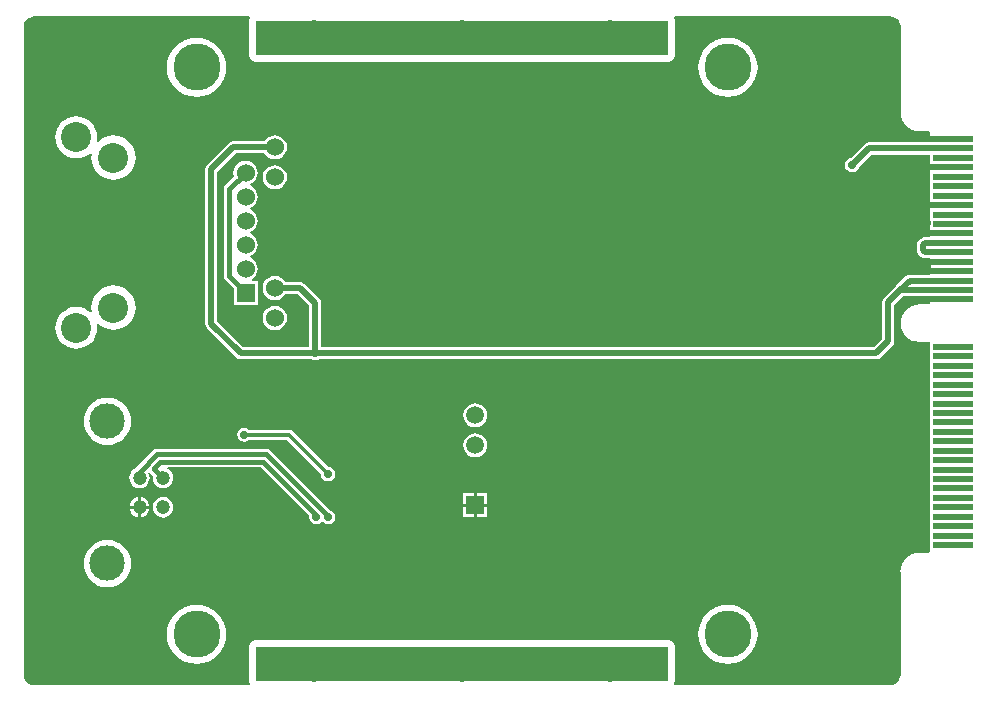
<source format=gbl>
G04 Layer_Physical_Order=2*
G04 Layer_Color=16711680*
%FSLAX23Y23*%
%MOIN*%
G70*
G01*
G75*
%ADD10R,0.138X0.022*%
%ADD14C,0.015*%
%ADD15C,0.014*%
%ADD18C,0.020*%
%ADD19C,0.047*%
%ADD20C,0.118*%
%ADD21C,0.060*%
%ADD22C,0.100*%
%ADD23R,0.060X0.060*%
%ADD24C,0.157*%
%ADD25R,0.059X0.059*%
%ADD26C,0.059*%
%ADD27C,0.028*%
%ADD28C,0.079*%
%ADD29R,1.378X0.118*%
G36*
X2912Y1114D02*
X2920Y1110D01*
X2928Y1105D01*
X2933Y1098D01*
X2937Y1089D01*
X2938Y1081D01*
X2938Y1080D01*
Y794D01*
X2938D01*
X2939Y782D01*
X2942Y770D01*
X2948Y759D01*
X2956Y750D01*
X2965Y742D01*
X2976Y736D01*
X2988Y732D01*
X3000Y731D01*
Y731D01*
X3034D01*
X3035Y727D01*
X3035D01*
Y711D01*
X3114D01*
Y701D01*
X3035D01*
Y695D01*
X2832D01*
X2824Y693D01*
X2818Y689D01*
X2771Y643D01*
X2768Y642D01*
X2760Y637D01*
X2754Y629D01*
X2753Y619D01*
X2754Y610D01*
X2760Y602D01*
X2768Y597D01*
X2777Y595D01*
X2786Y597D01*
X2794Y602D01*
X2799Y610D01*
X2800Y614D01*
X2840Y654D01*
X3035D01*
Y622D01*
Y617D01*
X3114D01*
Y607D01*
X3035D01*
Y591D01*
Y559D01*
Y528D01*
Y496D01*
Y491D01*
X3114D01*
Y481D01*
X3035D01*
Y465D01*
Y433D01*
Y402D01*
Y396D01*
X3114D01*
Y386D01*
X3035D01*
Y380D01*
X3020D01*
X3012Y378D01*
X3006Y374D01*
X2997Y365D01*
X2992Y358D01*
X2991Y351D01*
Y337D01*
X2992Y330D01*
X2997Y323D01*
X3006Y314D01*
X3012Y310D01*
X3020Y308D01*
X3035D01*
Y302D01*
X3114D01*
Y292D01*
X3035D01*
Y276D01*
Y270D01*
X3114D01*
Y260D01*
X3035D01*
Y254D01*
X2969D01*
X2961Y252D01*
X2954Y248D01*
X2923Y217D01*
X2923Y217D01*
X2922Y216D01*
X2883Y176D01*
X2878Y170D01*
X2877Y162D01*
Y40D01*
X2848Y12D01*
X1007D01*
Y158D01*
X1006Y166D01*
X1001Y172D01*
X950Y223D01*
X944Y228D01*
X936Y229D01*
X887D01*
X880Y238D01*
X872Y244D01*
X862Y248D01*
X852Y249D01*
X841Y248D01*
X832Y244D01*
X823Y238D01*
X817Y229D01*
X813Y219D01*
X811Y209D01*
X813Y199D01*
X817Y189D01*
X823Y181D01*
X832Y174D01*
X841Y170D01*
X852Y169D01*
X862Y170D01*
X872Y174D01*
X880Y181D01*
X887Y189D01*
X928D01*
X967Y150D01*
Y12D01*
X746D01*
X660Y98D01*
Y597D01*
X722Y658D01*
X817D01*
X823Y650D01*
X832Y643D01*
X841Y639D01*
X852Y638D01*
X862Y639D01*
X872Y643D01*
X880Y650D01*
X887Y658D01*
X891Y668D01*
X892Y678D01*
X891Y689D01*
X887Y699D01*
X880Y707D01*
X872Y713D01*
X862Y717D01*
X852Y719D01*
X841Y717D01*
X832Y713D01*
X823Y707D01*
X817Y699D01*
X713D01*
X706Y697D01*
X699Y693D01*
X626Y619D01*
X621Y613D01*
X620Y605D01*
Y90D01*
X621Y82D01*
X626Y76D01*
X724Y-22D01*
X730Y-27D01*
X738Y-28D01*
X974D01*
X978Y-30D01*
X987Y-32D01*
X996Y-30D01*
X999Y-28D01*
X2857D01*
X2865Y-27D01*
X2871Y-22D01*
X2911Y18D01*
X2916Y24D01*
X2917Y32D01*
Y154D01*
X2945Y182D01*
X3035D01*
Y176D01*
X3114D01*
Y166D01*
X3035D01*
Y155D01*
X3000D01*
X3000Y155D01*
Y155D01*
X2988Y153D01*
X2976Y150D01*
X2965Y144D01*
X2956Y136D01*
X2948Y127D01*
X2942Y116D01*
X2939Y104D01*
X2938Y92D01*
X2939Y80D01*
X2942Y68D01*
X2948Y57D01*
X2956Y48D01*
X2965Y40D01*
X2976Y34D01*
X2988Y31D01*
X3000Y29D01*
Y29D01*
X3035D01*
Y-8D01*
Y-39D01*
Y-71D01*
Y-102D01*
Y-134D01*
Y-165D01*
Y-197D01*
Y-228D01*
Y-260D01*
Y-291D01*
Y-323D01*
Y-354D01*
Y-386D01*
Y-417D01*
Y-449D01*
Y-480D01*
Y-512D01*
Y-543D01*
Y-574D01*
Y-606D01*
Y-637D01*
Y-669D01*
X3035D01*
X3034Y-673D01*
X3000D01*
X2995Y-674D01*
X2988Y-675D01*
X2976Y-678D01*
X2965Y-684D01*
X2956Y-692D01*
X2948Y-701D01*
X2942Y-712D01*
X2939Y-724D01*
X2937Y-736D01*
X2937D01*
X2938Y-737D01*
Y-1080D01*
X2938Y-1081D01*
X2937Y-1089D01*
X2933Y-1098D01*
X2928Y-1105D01*
X2920Y-1110D01*
X2912Y-1114D01*
X2903Y-1115D01*
X2903Y-1115D01*
X2186D01*
X2184Y-1111D01*
X2184Y-1110D01*
X2185Y-1102D01*
Y-984D01*
X2184Y-977D01*
X2180Y-970D01*
X2173Y-966D01*
X2165Y-964D01*
X787D01*
X780Y-966D01*
X773Y-970D01*
X769Y-977D01*
X767Y-984D01*
Y-1102D01*
X769Y-1110D01*
X769Y-1111D01*
X767Y-1115D01*
X50D01*
X50Y-1115D01*
X41Y-1114D01*
X33Y-1110D01*
X25Y-1105D01*
X20Y-1098D01*
X16Y-1089D01*
X15Y-1081D01*
X15Y-1080D01*
Y1080D01*
X15Y1081D01*
X16Y1089D01*
X20Y1098D01*
X25Y1105D01*
X33Y1110D01*
X41Y1114D01*
X50Y1115D01*
X50Y1115D01*
X767D01*
X769Y1111D01*
X769Y1110D01*
X767Y1102D01*
Y984D01*
X769Y977D01*
X773Y970D01*
X780Y966D01*
X787Y964D01*
X2165D01*
X2173Y966D01*
X2180Y970D01*
X2184Y977D01*
X2185Y984D01*
Y1102D01*
X2184Y1110D01*
X2184Y1111D01*
X2186Y1115D01*
X2903D01*
X2903Y1115D01*
X2912Y1114D01*
D02*
G37*
%LPC*%
G36*
X1560Y-520D02*
X1525D01*
Y-555D01*
X1560D01*
Y-520D01*
D02*
G37*
G36*
X1515D02*
X1480D01*
Y-555D01*
X1515D01*
Y-520D01*
D02*
G37*
G36*
X434Y-527D02*
X406D01*
Y-555D01*
X410Y-554D01*
X418Y-551D01*
X425Y-546D01*
X430Y-539D01*
X434Y-530D01*
X434Y-527D01*
D02*
G37*
G36*
X1515Y-475D02*
X1480D01*
Y-510D01*
X1515D01*
Y-475D01*
D02*
G37*
G36*
X406Y-488D02*
Y-517D01*
X434D01*
X434Y-513D01*
X430Y-505D01*
X425Y-498D01*
X418Y-492D01*
X410Y-489D01*
X406Y-488D01*
D02*
G37*
G36*
X396D02*
X392Y-489D01*
X384Y-492D01*
X377Y-498D01*
X371Y-505D01*
X368Y-513D01*
X368Y-517D01*
X396D01*
Y-488D01*
D02*
G37*
G36*
X294Y-630D02*
X279Y-632D01*
X264Y-636D01*
X250Y-644D01*
X238Y-654D01*
X228Y-665D01*
X221Y-679D01*
X217Y-694D01*
X215Y-709D01*
X217Y-725D01*
X221Y-740D01*
X228Y-753D01*
X238Y-765D01*
X250Y-775D01*
X264Y-783D01*
X279Y-787D01*
X294Y-789D01*
X310Y-787D01*
X324Y-783D01*
X338Y-775D01*
X350Y-765D01*
X360Y-753D01*
X367Y-740D01*
X372Y-725D01*
X373Y-709D01*
X372Y-694D01*
X367Y-679D01*
X360Y-665D01*
X350Y-654D01*
X338Y-644D01*
X324Y-636D01*
X310Y-632D01*
X294Y-630D01*
D02*
G37*
G36*
X2362Y-846D02*
X2343Y-848D01*
X2324Y-854D01*
X2307Y-863D01*
X2292Y-875D01*
X2280Y-890D01*
X2271Y-907D01*
X2265Y-926D01*
X2263Y-945D01*
X2265Y-964D01*
X2271Y-983D01*
X2280Y-1000D01*
X2292Y-1015D01*
X2307Y-1027D01*
X2324Y-1036D01*
X2343Y-1042D01*
X2362Y-1044D01*
X2381Y-1042D01*
X2400Y-1036D01*
X2417Y-1027D01*
X2432Y-1015D01*
X2444Y-1000D01*
X2454Y-983D01*
X2459Y-964D01*
X2461Y-945D01*
X2459Y-926D01*
X2454Y-907D01*
X2444Y-890D01*
X2432Y-875D01*
X2417Y-863D01*
X2400Y-854D01*
X2381Y-848D01*
X2362Y-846D01*
D02*
G37*
G36*
X591D02*
X571Y-848D01*
X553Y-854D01*
X536Y-863D01*
X521Y-875D01*
X508Y-890D01*
X499Y-907D01*
X494Y-926D01*
X492Y-945D01*
X494Y-964D01*
X499Y-983D01*
X508Y-1000D01*
X521Y-1015D01*
X536Y-1027D01*
X553Y-1036D01*
X571Y-1042D01*
X591Y-1044D01*
X610Y-1042D01*
X628Y-1036D01*
X645Y-1027D01*
X660Y-1015D01*
X673Y-1000D01*
X682Y-983D01*
X688Y-964D01*
X689Y-945D01*
X688Y-926D01*
X682Y-907D01*
X673Y-890D01*
X660Y-875D01*
X645Y-863D01*
X628Y-854D01*
X610Y-848D01*
X591Y-846D01*
D02*
G37*
G36*
X396Y-527D02*
X368D01*
X368Y-530D01*
X371Y-539D01*
X377Y-546D01*
X384Y-551D01*
X392Y-554D01*
X396Y-555D01*
Y-527D01*
D02*
G37*
G36*
X480Y-488D02*
X471Y-489D01*
X463Y-492D01*
X456Y-498D01*
X450Y-505D01*
X447Y-513D01*
X446Y-522D01*
X447Y-530D01*
X450Y-539D01*
X456Y-546D01*
X463Y-551D01*
X471Y-554D01*
X480Y-556D01*
X488Y-554D01*
X497Y-551D01*
X504Y-546D01*
X509Y-539D01*
X512Y-530D01*
X513Y-522D01*
X512Y-513D01*
X509Y-505D01*
X504Y-498D01*
X497Y-492D01*
X488Y-489D01*
X480Y-488D01*
D02*
G37*
G36*
X460Y-327D02*
X453Y-329D01*
X447Y-332D01*
X447Y-332D01*
X388Y-391D01*
X387Y-392D01*
X384Y-394D01*
X377Y-399D01*
X371Y-406D01*
X368Y-414D01*
X367Y-423D01*
X368Y-432D01*
X371Y-440D01*
X377Y-447D01*
X384Y-453D01*
X392Y-456D01*
X401Y-457D01*
X410Y-456D01*
X418Y-453D01*
X425Y-447D01*
X430Y-440D01*
X434Y-432D01*
X435Y-423D01*
X434Y-414D01*
X430Y-406D01*
X430Y-406D01*
X431Y-405D01*
X437Y-405D01*
X437Y-406D01*
X447Y-416D01*
X446Y-423D01*
X447Y-432D01*
X450Y-440D01*
X456Y-447D01*
X463Y-453D01*
X471Y-456D01*
X480Y-457D01*
X488Y-456D01*
X497Y-453D01*
X504Y-447D01*
X509Y-440D01*
X512Y-432D01*
X513Y-423D01*
X512Y-414D01*
X509Y-406D01*
X504Y-399D01*
X497Y-394D01*
X494Y-393D01*
X495Y-388D01*
X806D01*
X967Y-548D01*
X966Y-555D01*
X968Y-564D01*
X973Y-572D01*
X981Y-577D01*
X990Y-579D01*
X999Y-577D01*
X1007Y-572D01*
X1008Y-572D01*
X1012D01*
X1013Y-572D01*
X1021Y-577D01*
X1030Y-579D01*
X1039Y-577D01*
X1047Y-572D01*
X1052Y-564D01*
X1054Y-555D01*
X1052Y-546D01*
X1047Y-538D01*
X1039Y-533D01*
X1037Y-532D01*
X837Y-332D01*
X831Y-329D01*
X824Y-327D01*
X460D01*
X460Y-327D01*
D02*
G37*
G36*
X852Y619D02*
X841Y617D01*
X832Y613D01*
X823Y607D01*
X817Y599D01*
X813Y589D01*
X811Y578D01*
X813Y568D01*
X817Y558D01*
X823Y550D01*
X832Y543D01*
X841Y539D01*
X852Y538D01*
X862Y539D01*
X872Y543D01*
X880Y550D01*
X887Y558D01*
X891Y568D01*
X892Y578D01*
X891Y589D01*
X887Y599D01*
X880Y607D01*
X872Y613D01*
X862Y617D01*
X852Y619D01*
D02*
G37*
G36*
X755Y634D02*
X744Y632D01*
X734Y628D01*
X726Y622D01*
X720Y614D01*
X716Y604D01*
X714Y594D01*
X716Y583D01*
X717Y581D01*
X687Y552D01*
X684Y546D01*
X682Y539D01*
Y248D01*
X684Y242D01*
X687Y236D01*
X715Y209D01*
Y154D01*
X795D01*
Y234D01*
X776D01*
X775Y239D01*
X783Y245D01*
X789Y254D01*
X794Y263D01*
X795Y274D01*
X794Y284D01*
X789Y294D01*
X783Y302D01*
X775Y309D01*
X769Y311D01*
Y316D01*
X775Y319D01*
X783Y325D01*
X789Y334D01*
X794Y343D01*
X795Y354D01*
X794Y364D01*
X789Y374D01*
X783Y382D01*
X775Y389D01*
X769Y391D01*
Y396D01*
X775Y399D01*
X783Y405D01*
X789Y413D01*
X794Y423D01*
X795Y434D01*
X794Y444D01*
X789Y454D01*
X783Y462D01*
X775Y469D01*
X769Y471D01*
Y476D01*
X775Y479D01*
X783Y485D01*
X789Y493D01*
X794Y503D01*
X795Y514D01*
X794Y524D01*
X789Y534D01*
X783Y542D01*
X775Y549D01*
X769Y551D01*
Y556D01*
X775Y559D01*
X783Y565D01*
X789Y573D01*
X794Y583D01*
X795Y594D01*
X794Y604D01*
X789Y614D01*
X783Y622D01*
X775Y628D01*
X765Y632D01*
X755Y634D01*
D02*
G37*
G36*
X314Y218D02*
X300Y217D01*
X286Y212D01*
X273Y206D01*
X262Y196D01*
X253Y185D01*
X246Y172D01*
X241Y158D01*
X240Y144D01*
X241Y130D01*
X239Y128D01*
X237Y128D01*
X228Y134D01*
X216Y141D01*
X203Y145D01*
X190Y146D01*
X176Y145D01*
X163Y141D01*
X151Y134D01*
X140Y126D01*
X131Y115D01*
X125Y103D01*
X121Y90D01*
X120Y76D01*
X121Y63D01*
X125Y49D01*
X131Y37D01*
X140Y27D01*
X151Y18D01*
X163Y11D01*
X176Y8D01*
X190Y6D01*
X203Y8D01*
X216Y11D01*
X228Y18D01*
X239Y27D01*
X248Y37D01*
X254Y49D01*
X258Y63D01*
X260Y76D01*
X258Y88D01*
X263Y90D01*
X273Y82D01*
X286Y75D01*
X300Y71D01*
X314Y69D01*
X329Y71D01*
X343Y75D01*
X356Y82D01*
X367Y91D01*
X376Y102D01*
X383Y115D01*
X387Y129D01*
X389Y144D01*
X387Y158D01*
X383Y172D01*
X376Y185D01*
X367Y196D01*
X356Y206D01*
X343Y212D01*
X329Y217D01*
X314Y218D01*
D02*
G37*
G36*
X2362Y1044D02*
X2343Y1042D01*
X2324Y1036D01*
X2307Y1027D01*
X2292Y1015D01*
X2280Y1000D01*
X2271Y983D01*
X2265Y964D01*
X2263Y945D01*
X2265Y926D01*
X2271Y907D01*
X2280Y890D01*
X2292Y875D01*
X2307Y863D01*
X2324Y854D01*
X2343Y848D01*
X2362Y846D01*
X2381Y848D01*
X2400Y854D01*
X2417Y863D01*
X2432Y875D01*
X2444Y890D01*
X2454Y907D01*
X2459Y926D01*
X2461Y945D01*
X2459Y964D01*
X2454Y983D01*
X2444Y1000D01*
X2432Y1015D01*
X2417Y1027D01*
X2400Y1036D01*
X2381Y1042D01*
X2362Y1044D01*
D02*
G37*
G36*
X591D02*
X571Y1042D01*
X553Y1036D01*
X536Y1027D01*
X521Y1015D01*
X508Y1000D01*
X499Y983D01*
X494Y964D01*
X492Y945D01*
X494Y926D01*
X499Y907D01*
X508Y890D01*
X521Y875D01*
X536Y863D01*
X553Y854D01*
X571Y848D01*
X591Y846D01*
X610Y848D01*
X628Y854D01*
X645Y863D01*
X660Y875D01*
X673Y890D01*
X682Y907D01*
X688Y926D01*
X689Y945D01*
X688Y964D01*
X682Y983D01*
X673Y1000D01*
X660Y1015D01*
X645Y1027D01*
X628Y1036D01*
X610Y1042D01*
X591Y1044D01*
D02*
G37*
G36*
X190Y781D02*
X176Y780D01*
X163Y776D01*
X151Y769D01*
X140Y761D01*
X131Y750D01*
X125Y738D01*
X121Y725D01*
X120Y711D01*
X121Y698D01*
X125Y684D01*
X131Y672D01*
X140Y662D01*
X151Y653D01*
X163Y647D01*
X176Y643D01*
X190Y641D01*
X203Y643D01*
X216Y647D01*
X228Y653D01*
X237Y660D01*
X239Y659D01*
X241Y657D01*
X240Y644D01*
X241Y629D01*
X246Y615D01*
X253Y602D01*
X262Y591D01*
X273Y582D01*
X286Y575D01*
X300Y571D01*
X314Y569D01*
X329Y571D01*
X343Y575D01*
X356Y582D01*
X367Y591D01*
X376Y602D01*
X383Y615D01*
X387Y629D01*
X389Y644D01*
X387Y658D01*
X383Y672D01*
X376Y685D01*
X367Y696D01*
X356Y706D01*
X343Y712D01*
X329Y717D01*
X314Y718D01*
X300Y717D01*
X286Y712D01*
X273Y706D01*
X263Y697D01*
X258Y700D01*
X260Y711D01*
X258Y725D01*
X254Y738D01*
X248Y750D01*
X239Y761D01*
X228Y769D01*
X216Y776D01*
X203Y780D01*
X190Y781D01*
D02*
G37*
G36*
X1520Y-275D02*
X1510Y-276D01*
X1500Y-280D01*
X1492Y-287D01*
X1485Y-295D01*
X1481Y-305D01*
X1480Y-315D01*
X1481Y-325D01*
X1485Y-335D01*
X1492Y-343D01*
X1500Y-350D01*
X1510Y-354D01*
X1520Y-355D01*
X1530Y-354D01*
X1540Y-350D01*
X1548Y-343D01*
X1555Y-335D01*
X1559Y-325D01*
X1560Y-315D01*
X1559Y-305D01*
X1555Y-295D01*
X1548Y-287D01*
X1540Y-280D01*
X1530Y-276D01*
X1520Y-275D01*
D02*
G37*
G36*
X750Y-256D02*
X741Y-258D01*
X733Y-263D01*
X728Y-271D01*
X726Y-280D01*
X728Y-289D01*
X733Y-297D01*
X741Y-302D01*
X750Y-304D01*
X759Y-302D01*
X767Y-297D01*
X892D01*
X1005Y-411D01*
X1007Y-420D01*
X1012Y-428D01*
X1020Y-433D01*
X1029Y-435D01*
X1039Y-433D01*
X1047Y-428D01*
X1052Y-420D01*
X1054Y-410D01*
X1052Y-401D01*
X1047Y-393D01*
X1039Y-388D01*
X1030Y-386D01*
X911Y-268D01*
X906Y-264D01*
X899Y-263D01*
X767D01*
X759Y-258D01*
X750Y-256D01*
D02*
G37*
G36*
X1560Y-475D02*
X1525D01*
Y-510D01*
X1560D01*
Y-475D01*
D02*
G37*
G36*
X852Y149D02*
X841Y148D01*
X832Y144D01*
X823Y138D01*
X817Y129D01*
X813Y119D01*
X811Y109D01*
X813Y99D01*
X817Y89D01*
X823Y81D01*
X832Y74D01*
X841Y70D01*
X852Y69D01*
X862Y70D01*
X872Y74D01*
X880Y81D01*
X887Y89D01*
X891Y99D01*
X892Y109D01*
X891Y119D01*
X887Y129D01*
X880Y138D01*
X872Y144D01*
X862Y148D01*
X852Y149D01*
D02*
G37*
G36*
X1520Y-175D02*
X1510Y-176D01*
X1500Y-180D01*
X1492Y-187D01*
X1485Y-195D01*
X1481Y-205D01*
X1480Y-215D01*
X1481Y-225D01*
X1485Y-235D01*
X1492Y-243D01*
X1500Y-250D01*
X1510Y-254D01*
X1520Y-255D01*
X1530Y-254D01*
X1540Y-250D01*
X1548Y-243D01*
X1555Y-235D01*
X1559Y-225D01*
X1560Y-215D01*
X1559Y-205D01*
X1555Y-195D01*
X1548Y-187D01*
X1540Y-180D01*
X1530Y-176D01*
X1520Y-175D01*
D02*
G37*
G36*
X294Y-156D02*
X279Y-158D01*
X264Y-162D01*
X250Y-170D01*
X238Y-179D01*
X228Y-191D01*
X221Y-205D01*
X217Y-220D01*
X215Y-235D01*
X217Y-251D01*
X221Y-266D01*
X228Y-279D01*
X238Y-291D01*
X250Y-301D01*
X264Y-309D01*
X279Y-313D01*
X294Y-315D01*
X310Y-313D01*
X324Y-309D01*
X338Y-301D01*
X350Y-291D01*
X360Y-279D01*
X367Y-266D01*
X372Y-251D01*
X373Y-235D01*
X372Y-220D01*
X367Y-205D01*
X360Y-191D01*
X350Y-179D01*
X338Y-170D01*
X324Y-162D01*
X310Y-158D01*
X294Y-156D01*
D02*
G37*
%LPD*%
D10*
X3114Y-648D02*
D03*
Y-617D02*
D03*
Y-585D02*
D03*
Y-554D02*
D03*
Y-522D02*
D03*
Y-491D02*
D03*
Y-459D02*
D03*
Y-428D02*
D03*
Y-396D02*
D03*
Y-365D02*
D03*
Y-333D02*
D03*
Y-302D02*
D03*
Y-270D02*
D03*
Y-239D02*
D03*
Y-207D02*
D03*
Y-176D02*
D03*
Y-144D02*
D03*
Y-113D02*
D03*
Y-81D02*
D03*
Y-50D02*
D03*
Y-18D02*
D03*
Y13D02*
D03*
Y171D02*
D03*
Y202D02*
D03*
Y234D02*
D03*
Y265D02*
D03*
Y297D02*
D03*
Y328D02*
D03*
Y360D02*
D03*
Y391D02*
D03*
Y423D02*
D03*
Y454D02*
D03*
Y486D02*
D03*
Y517D02*
D03*
Y549D02*
D03*
Y580D02*
D03*
Y612D02*
D03*
Y643D02*
D03*
Y675D02*
D03*
Y706D02*
D03*
D14*
X700Y539D02*
X755Y594D01*
X700Y248D02*
Y539D01*
Y248D02*
X755Y194D01*
X450Y-394D02*
X480Y-423D01*
X450Y-394D02*
Y-390D01*
X401Y-423D02*
Y-404D01*
X1030Y-555D02*
Y-551D01*
X990Y-555D02*
Y-546D01*
X450Y-390D02*
X470Y-370D01*
X814D01*
X990Y-546D01*
X401Y-404D02*
X460Y-345D01*
X824D01*
X1030Y-551D01*
D15*
X750Y-280D02*
X899D01*
X1029Y-410D01*
D18*
X738Y-8D02*
X987D01*
X640Y90D02*
X738Y-8D01*
X640Y90D02*
Y605D01*
X713Y678D01*
X852D01*
X987Y-8D02*
Y158D01*
X936Y209D02*
X987Y158D01*
X852Y209D02*
X936D01*
X3023Y706D02*
X3114D01*
X2937Y202D02*
X2937D01*
X3110D01*
X2937D02*
X2969Y234D01*
X2897Y162D02*
X2937Y202D01*
X2969Y234D02*
X3110D01*
X2897Y32D02*
Y162D01*
X2857Y-8D02*
X2897Y32D01*
X987Y-8D02*
X2857D01*
X2989Y391D02*
X3098D01*
X2823Y706D02*
X2829Y712D01*
X2832Y675D02*
X3098D01*
X2777Y619D02*
X2832Y675D01*
X3019Y612D02*
X3098D01*
X3020Y328D02*
X3098D01*
X3011Y337D02*
X3020Y328D01*
X3011Y337D02*
Y351D01*
X3020Y360D01*
X3098D01*
Y297D02*
X3110D01*
X3098Y265D02*
X3110D01*
X2976Y365D02*
X2986Y375D01*
X2988Y171D02*
X2989Y170D01*
X3025D01*
X2986Y281D02*
X2987Y280D01*
X3004Y297D02*
X3021Y280D01*
X3002Y265D02*
X3016Y280D01*
X2987D02*
X3016D01*
X3021D02*
X3025D01*
X3016D02*
X3021D01*
X3098Y486D02*
X3098Y486D01*
X3025Y486D02*
X3098D01*
X3002Y265D02*
X3098D01*
X3004Y297D02*
X3098D01*
X2988Y171D02*
X3098D01*
D19*
X480Y-423D02*
D03*
X401D02*
D03*
X480Y-522D02*
D03*
X401D02*
D03*
D20*
X294Y-235D02*
D03*
Y-709D02*
D03*
D21*
X755Y434D02*
D03*
Y514D02*
D03*
X852Y678D02*
D03*
Y578D02*
D03*
Y209D02*
D03*
Y109D02*
D03*
X755Y274D02*
D03*
Y354D02*
D03*
Y594D02*
D03*
D22*
X314Y644D02*
D03*
X190Y711D02*
D03*
Y76D02*
D03*
X314Y144D02*
D03*
D23*
X755Y194D02*
D03*
D24*
X591Y945D02*
D03*
X2362D02*
D03*
Y-945D02*
D03*
X591D02*
D03*
D25*
X1520Y-515D02*
D03*
D26*
Y-315D02*
D03*
Y-215D02*
D03*
D27*
X825Y395D02*
D03*
X750Y-280D02*
D03*
X2837Y42D02*
D03*
Y-68D02*
D03*
X2835Y-260D02*
D03*
X2447Y552D02*
D03*
X2445Y-260D02*
D03*
X2447Y-68D02*
D03*
Y42D02*
D03*
X2047Y-68D02*
D03*
X2987Y712D02*
D03*
X2777Y619D02*
D03*
X1390Y-450D02*
D03*
X1060D02*
D03*
X2988Y612D02*
D03*
X987Y-8D02*
D03*
X597Y712D02*
D03*
X1029Y-410D02*
D03*
X2837Y552D02*
D03*
X1497D02*
D03*
X2047D02*
D03*
X1220Y-270D02*
D03*
X2045D02*
D03*
X2047Y42D02*
D03*
X1197D02*
D03*
X1497D02*
D03*
X1195Y135D02*
D03*
X1495D02*
D03*
X2045D02*
D03*
X1175Y550D02*
D03*
X2445Y135D02*
D03*
X2835D02*
D03*
X2045Y450D02*
D03*
X1495D02*
D03*
X2445D02*
D03*
X3025Y170D02*
D03*
Y280D02*
D03*
Y486D02*
D03*
Y425D02*
D03*
X1220Y-450D02*
D03*
X1060Y-270D02*
D03*
X2045Y-470D02*
D03*
X2445Y-460D02*
D03*
X2835D02*
D03*
X1175Y650D02*
D03*
X2047Y652D02*
D03*
X1497D02*
D03*
X2447D02*
D03*
X1030Y-555D02*
D03*
X990D02*
D03*
D28*
X1476Y-1063D02*
D03*
X1969D02*
D03*
X1476Y1063D02*
D03*
X1969D02*
D03*
X984D02*
D03*
Y-1063D02*
D03*
D29*
X1476Y1043D02*
D03*
Y-1043D02*
D03*
M02*

</source>
